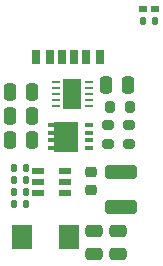
<source format=gbr>
%TF.GenerationSoftware,KiCad,Pcbnew,8.0.8*%
%TF.CreationDate,2025-03-31T18:12:56-07:00*%
%TF.ProjectId,stoplight,73746f70-6c69-4676-9874-2e6b69636164,0.1*%
%TF.SameCoordinates,Original*%
%TF.FileFunction,Paste,Top*%
%TF.FilePolarity,Positive*%
%FSLAX46Y46*%
G04 Gerber Fmt 4.6, Leading zero omitted, Abs format (unit mm)*
G04 Created by KiCad (PCBNEW 8.0.8) date 2025-03-31 18:12:56*
%MOMM*%
%LPD*%
G01*
G04 APERTURE LIST*
G04 Aperture macros list*
%AMRoundRect*
0 Rectangle with rounded corners*
0 $1 Rounding radius*
0 $2 $3 $4 $5 $6 $7 $8 $9 X,Y pos of 4 corners*
0 Add a 4 corners polygon primitive as box body*
4,1,4,$2,$3,$4,$5,$6,$7,$8,$9,$2,$3,0*
0 Add four circle primitives for the rounded corners*
1,1,$1+$1,$2,$3*
1,1,$1+$1,$4,$5*
1,1,$1+$1,$6,$7*
1,1,$1+$1,$8,$9*
0 Add four rect primitives between the rounded corners*
20,1,$1+$1,$2,$3,$4,$5,0*
20,1,$1+$1,$4,$5,$6,$7,0*
20,1,$1+$1,$6,$7,$8,$9,0*
20,1,$1+$1,$8,$9,$2,$3,0*%
G04 Aperture macros list end*
%ADD10R,0.660000X0.280000*%
%ADD11R,1.500000X2.500000*%
%ADD12RoundRect,0.200000X0.275000X-0.200000X0.275000X0.200000X-0.275000X0.200000X-0.275000X-0.200000X0*%
%ADD13RoundRect,0.250000X-1.100000X0.325000X-1.100000X-0.325000X1.100000X-0.325000X1.100000X0.325000X0*%
%ADD14RoundRect,0.140000X-0.140000X-0.170000X0.140000X-0.170000X0.140000X0.170000X-0.140000X0.170000X0*%
%ADD15RoundRect,0.135000X0.135000X0.185000X-0.135000X0.185000X-0.135000X-0.185000X0.135000X-0.185000X0*%
%ADD16RoundRect,0.250000X0.250000X0.475000X-0.250000X0.475000X-0.250000X-0.475000X0.250000X-0.475000X0*%
%ADD17RoundRect,0.250000X-0.250000X-0.475000X0.250000X-0.475000X0.250000X0.475000X-0.250000X0.475000X0*%
%ADD18R,1.070000X0.530000*%
%ADD19R,0.800000X0.400000*%
%ADD20R,2.000000X2.600000*%
%ADD21R,1.800000X2.000000*%
%ADD22RoundRect,0.135000X-0.135000X-0.185000X0.135000X-0.185000X0.135000X0.185000X-0.135000X0.185000X0*%
%ADD23RoundRect,0.225000X0.250000X-0.225000X0.250000X0.225000X-0.250000X0.225000X-0.250000X-0.225000X0*%
%ADD24R,0.640000X0.540000*%
%ADD25RoundRect,0.200000X0.200000X0.275000X-0.200000X0.275000X-0.200000X-0.275000X0.200000X-0.275000X0*%
%ADD26RoundRect,0.140000X0.140000X0.170000X-0.140000X0.170000X-0.140000X-0.170000X0.140000X-0.170000X0*%
%ADD27RoundRect,0.200000X-0.275000X0.200000X-0.275000X-0.200000X0.275000X-0.200000X0.275000X0.200000X0*%
%ADD28RoundRect,0.250000X-0.475000X0.250000X-0.475000X-0.250000X0.475000X-0.250000X0.475000X0.250000X0*%
%ADD29R,0.700000X1.200000*%
%ADD30R,0.800000X1.200000*%
G04 APERTURE END LIST*
D10*
%TO.C,U2*%
X151718000Y-76173200D03*
X151718000Y-75673200D03*
X151718000Y-75173200D03*
X151718000Y-74673200D03*
X151718000Y-74173200D03*
X148898000Y-74173200D03*
X148898000Y-74673200D03*
X148898000Y-75173200D03*
X148898000Y-75673200D03*
X148898000Y-76173200D03*
D11*
X150308000Y-75173200D03*
%TD*%
D12*
%TO.C,R3*%
X153308400Y-79437800D03*
X153308400Y-77787800D03*
%TD*%
D13*
%TO.C,C1*%
X154422800Y-81811982D03*
X154422800Y-84761982D03*
%TD*%
D14*
%TO.C,C8*%
X145394400Y-81401200D03*
X146354400Y-81401200D03*
%TD*%
D15*
%TO.C,R5*%
X146384400Y-82417200D03*
X145364400Y-82417200D03*
%TD*%
D16*
%TO.C,C6*%
X146907600Y-77049700D03*
X145007600Y-77049700D03*
%TD*%
D17*
%TO.C,C5*%
X145007600Y-75017700D03*
X146907600Y-75017700D03*
%TD*%
D18*
%TO.C,U1*%
X149698400Y-83555200D03*
X149698400Y-82605200D03*
X149698400Y-81655200D03*
X147398400Y-81655200D03*
X147398400Y-82605200D03*
X147398400Y-83555200D03*
%TD*%
D19*
%TO.C,Q1*%
X151750000Y-79760000D03*
X151750000Y-79100000D03*
X151750000Y-78450000D03*
X151750000Y-77800000D03*
X148550000Y-77800000D03*
X148550000Y-78450000D03*
X148550000Y-79100000D03*
X148550000Y-79760000D03*
D20*
X149800000Y-78780000D03*
%TD*%
D21*
%TO.C,L1*%
X146033400Y-87243200D03*
X150033400Y-87243200D03*
%TD*%
D22*
%TO.C,R14*%
X156290000Y-69000000D03*
X157310000Y-69000000D03*
%TD*%
D23*
%TO.C,C2*%
X151882800Y-83299982D03*
X151882800Y-81749982D03*
%TD*%
D16*
%TO.C,C3*%
X155050800Y-74419800D03*
X153150800Y-74419800D03*
%TD*%
D24*
%TO.C,LED1*%
X156260000Y-68000000D03*
X157340000Y-68000000D03*
%TD*%
D25*
%TO.C,R1*%
X155164600Y-76287700D03*
X153514600Y-76287700D03*
%TD*%
D16*
%TO.C,C9*%
X146907600Y-79081700D03*
X145007600Y-79081700D03*
%TD*%
D26*
%TO.C,C4*%
X146354400Y-84449200D03*
X145394400Y-84449200D03*
%TD*%
D27*
%TO.C,R2*%
X155086400Y-77787800D03*
X155086400Y-79437800D03*
%TD*%
D22*
%TO.C,R4*%
X145364400Y-83433200D03*
X146384400Y-83433200D03*
%TD*%
D28*
%TO.C,C7*%
X152097400Y-86801200D03*
X152097400Y-88701200D03*
%TD*%
D29*
%TO.C,USB1*%
X150420000Y-72060000D03*
X148420000Y-72060000D03*
D30*
X147220000Y-72060000D03*
D29*
X149420000Y-72060000D03*
X151420000Y-72060000D03*
D30*
X152620000Y-72060000D03*
%TD*%
D28*
%TO.C,C10*%
X154129400Y-86801200D03*
X154129400Y-88701200D03*
%TD*%
M02*

</source>
